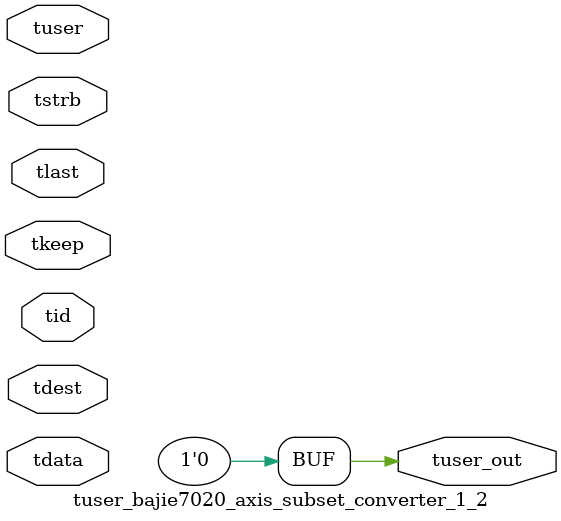
<source format=v>


`timescale 1ps/1ps

module tuser_bajie7020_axis_subset_converter_1_2 #
(
parameter C_S_AXIS_TUSER_WIDTH = 1,
parameter C_S_AXIS_TDATA_WIDTH = 32,
parameter C_S_AXIS_TID_WIDTH   = 0,
parameter C_S_AXIS_TDEST_WIDTH = 0,
parameter C_M_AXIS_TUSER_WIDTH = 1
)
(
input  [(C_S_AXIS_TUSER_WIDTH == 0 ? 1 : C_S_AXIS_TUSER_WIDTH)-1:0     ] tuser,
input  [(C_S_AXIS_TDATA_WIDTH == 0 ? 1 : C_S_AXIS_TDATA_WIDTH)-1:0     ] tdata,
input  [(C_S_AXIS_TID_WIDTH   == 0 ? 1 : C_S_AXIS_TID_WIDTH)-1:0       ] tid,
input  [(C_S_AXIS_TDEST_WIDTH == 0 ? 1 : C_S_AXIS_TDEST_WIDTH)-1:0     ] tdest,
input  [(C_S_AXIS_TDATA_WIDTH/8)-1:0 ] tkeep,
input  [(C_S_AXIS_TDATA_WIDTH/8)-1:0 ] tstrb,
input                                                                    tlast,
output [C_M_AXIS_TUSER_WIDTH-1:0] tuser_out
);

assign tuser_out = {1'b0};

endmodule


</source>
